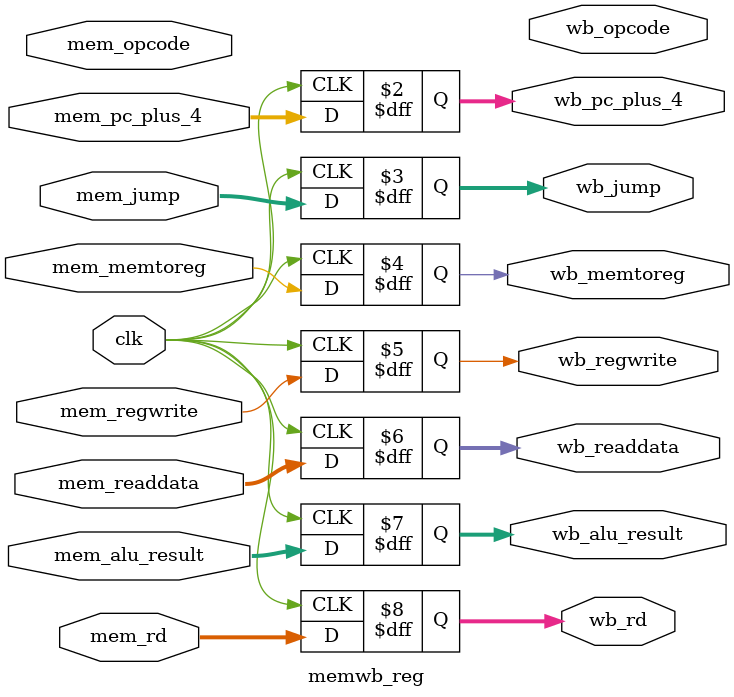
<source format=v>


module memwb_reg #(
  parameter DATA_WIDTH = 32
)(
  // TODO: Add flush or stall signal if it is needed

  //////////////////////////////////////
  // Inputs
  //////////////////////////////////////
  input clk,

  input [DATA_WIDTH-1:0] mem_pc_plus_4,

  // wb control
  input [1:0] mem_jump,
  input mem_memtoreg,
  input mem_regwrite,
  
  input [DATA_WIDTH-1:0] mem_readdata,
  input [DATA_WIDTH-1:0] mem_alu_result,
  input [4:0] mem_rd,

  ///////내가 추가!!!!///////
  input [6:0] mem_opcode,
  //////////////////////////
  
  //////////////////////////////////////
  // Outputs
  //////////////////////////////////////
  output reg [DATA_WIDTH-1:0] wb_pc_plus_4,

  // wb control
  output reg [1:0] wb_jump,
  output reg wb_memtoreg,
  output reg wb_regwrite,
  
  output reg [DATA_WIDTH-1:0] wb_readdata,
  output reg [DATA_WIDTH-1:0] wb_alu_result,
  output reg [4:0] wb_rd,

  ///////내가 추가!!!!///////
  output reg [6:0] wb_opcode
  //////////////////////////
);

// TODO: Implement MEM/WB pipeline register module
always@(posedge clk) begin
  wb_pc_plus_4 <= mem_pc_plus_4;
  wb_jump <= mem_jump;
  wb_memtoreg <= mem_memtoreg;
  wb_regwrite <= mem_regwrite;
  wb_readdata <= mem_readdata;
  wb_alu_result <= mem_alu_result;
  wb_rd <= mem_rd;
end

endmodule
</source>
